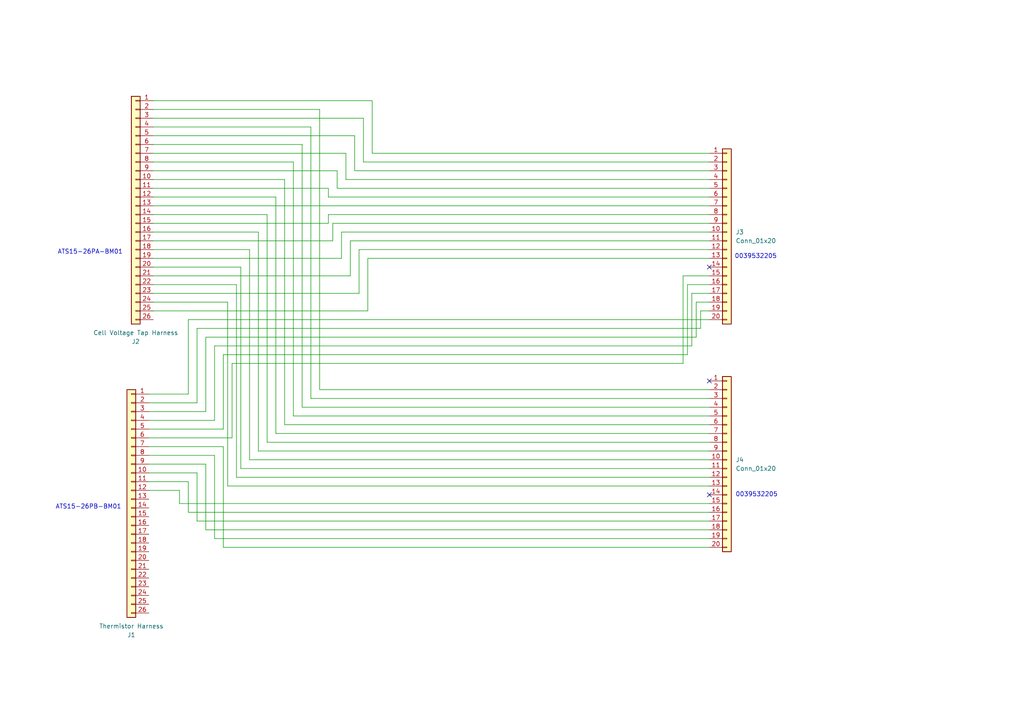
<source format=kicad_sch>
(kicad_sch
	(version 20231120)
	(generator "eeschema")
	(generator_version "8.0")
	(uuid "078631b1-8f1c-48cd-9388-6c606cdda9b7")
	(paper "A4")
	(lib_symbols
		(symbol "Connector_Generic:Conn_01x20"
			(pin_names
				(offset 1.016) hide)
			(exclude_from_sim no)
			(in_bom yes)
			(on_board yes)
			(property "Reference" "J"
				(at 0 25.4 0)
				(effects
					(font
						(size 1.27 1.27)
					)
				)
			)
			(property "Value" "Conn_01x20"
				(at 0 -27.94 0)
				(effects
					(font
						(size 1.27 1.27)
					)
				)
			)
			(property "Footprint" ""
				(at 0 0 0)
				(effects
					(font
						(size 1.27 1.27)
					)
					(hide yes)
				)
			)
			(property "Datasheet" "~"
				(at 0 0 0)
				(effects
					(font
						(size 1.27 1.27)
					)
					(hide yes)
				)
			)
			(property "Description" "Generic connector, single row, 01x20, script generated (kicad-library-utils/schlib/autogen/connector/)"
				(at 0 0 0)
				(effects
					(font
						(size 1.27 1.27)
					)
					(hide yes)
				)
			)
			(property "ki_keywords" "connector"
				(at 0 0 0)
				(effects
					(font
						(size 1.27 1.27)
					)
					(hide yes)
				)
			)
			(property "ki_fp_filters" "Connector*:*_1x??_*"
				(at 0 0 0)
				(effects
					(font
						(size 1.27 1.27)
					)
					(hide yes)
				)
			)
			(symbol "Conn_01x20_1_1"
				(rectangle
					(start -1.27 -25.273)
					(end 0 -25.527)
					(stroke
						(width 0.1524)
						(type default)
					)
					(fill
						(type none)
					)
				)
				(rectangle
					(start -1.27 -22.733)
					(end 0 -22.987)
					(stroke
						(width 0.1524)
						(type default)
					)
					(fill
						(type none)
					)
				)
				(rectangle
					(start -1.27 -20.193)
					(end 0 -20.447)
					(stroke
						(width 0.1524)
						(type default)
					)
					(fill
						(type none)
					)
				)
				(rectangle
					(start -1.27 -17.653)
					(end 0 -17.907)
					(stroke
						(width 0.1524)
						(type default)
					)
					(fill
						(type none)
					)
				)
				(rectangle
					(start -1.27 -15.113)
					(end 0 -15.367)
					(stroke
						(width 0.1524)
						(type default)
					)
					(fill
						(type none)
					)
				)
				(rectangle
					(start -1.27 -12.573)
					(end 0 -12.827)
					(stroke
						(width 0.1524)
						(type default)
					)
					(fill
						(type none)
					)
				)
				(rectangle
					(start -1.27 -10.033)
					(end 0 -10.287)
					(stroke
						(width 0.1524)
						(type default)
					)
					(fill
						(type none)
					)
				)
				(rectangle
					(start -1.27 -7.493)
					(end 0 -7.747)
					(stroke
						(width 0.1524)
						(type default)
					)
					(fill
						(type none)
					)
				)
				(rectangle
					(start -1.27 -4.953)
					(end 0 -5.207)
					(stroke
						(width 0.1524)
						(type default)
					)
					(fill
						(type none)
					)
				)
				(rectangle
					(start -1.27 -2.413)
					(end 0 -2.667)
					(stroke
						(width 0.1524)
						(type default)
					)
					(fill
						(type none)
					)
				)
				(rectangle
					(start -1.27 0.127)
					(end 0 -0.127)
					(stroke
						(width 0.1524)
						(type default)
					)
					(fill
						(type none)
					)
				)
				(rectangle
					(start -1.27 2.667)
					(end 0 2.413)
					(stroke
						(width 0.1524)
						(type default)
					)
					(fill
						(type none)
					)
				)
				(rectangle
					(start -1.27 5.207)
					(end 0 4.953)
					(stroke
						(width 0.1524)
						(type default)
					)
					(fill
						(type none)
					)
				)
				(rectangle
					(start -1.27 7.747)
					(end 0 7.493)
					(stroke
						(width 0.1524)
						(type default)
					)
					(fill
						(type none)
					)
				)
				(rectangle
					(start -1.27 10.287)
					(end 0 10.033)
					(stroke
						(width 0.1524)
						(type default)
					)
					(fill
						(type none)
					)
				)
				(rectangle
					(start -1.27 12.827)
					(end 0 12.573)
					(stroke
						(width 0.1524)
						(type default)
					)
					(fill
						(type none)
					)
				)
				(rectangle
					(start -1.27 15.367)
					(end 0 15.113)
					(stroke
						(width 0.1524)
						(type default)
					)
					(fill
						(type none)
					)
				)
				(rectangle
					(start -1.27 17.907)
					(end 0 17.653)
					(stroke
						(width 0.1524)
						(type default)
					)
					(fill
						(type none)
					)
				)
				(rectangle
					(start -1.27 20.447)
					(end 0 20.193)
					(stroke
						(width 0.1524)
						(type default)
					)
					(fill
						(type none)
					)
				)
				(rectangle
					(start -1.27 22.987)
					(end 0 22.733)
					(stroke
						(width 0.1524)
						(type default)
					)
					(fill
						(type none)
					)
				)
				(rectangle
					(start -1.27 24.13)
					(end 1.27 -26.67)
					(stroke
						(width 0.254)
						(type default)
					)
					(fill
						(type background)
					)
				)
				(pin passive line
					(at -5.08 22.86 0)
					(length 3.81)
					(name "Pin_1"
						(effects
							(font
								(size 1.27 1.27)
							)
						)
					)
					(number "1"
						(effects
							(font
								(size 1.27 1.27)
							)
						)
					)
				)
				(pin passive line
					(at -5.08 0 0)
					(length 3.81)
					(name "Pin_10"
						(effects
							(font
								(size 1.27 1.27)
							)
						)
					)
					(number "10"
						(effects
							(font
								(size 1.27 1.27)
							)
						)
					)
				)
				(pin passive line
					(at -5.08 -2.54 0)
					(length 3.81)
					(name "Pin_11"
						(effects
							(font
								(size 1.27 1.27)
							)
						)
					)
					(number "11"
						(effects
							(font
								(size 1.27 1.27)
							)
						)
					)
				)
				(pin passive line
					(at -5.08 -5.08 0)
					(length 3.81)
					(name "Pin_12"
						(effects
							(font
								(size 1.27 1.27)
							)
						)
					)
					(number "12"
						(effects
							(font
								(size 1.27 1.27)
							)
						)
					)
				)
				(pin passive line
					(at -5.08 -7.62 0)
					(length 3.81)
					(name "Pin_13"
						(effects
							(font
								(size 1.27 1.27)
							)
						)
					)
					(number "13"
						(effects
							(font
								(size 1.27 1.27)
							)
						)
					)
				)
				(pin passive line
					(at -5.08 -10.16 0)
					(length 3.81)
					(name "Pin_14"
						(effects
							(font
								(size 1.27 1.27)
							)
						)
					)
					(number "14"
						(effects
							(font
								(size 1.27 1.27)
							)
						)
					)
				)
				(pin passive line
					(at -5.08 -12.7 0)
					(length 3.81)
					(name "Pin_15"
						(effects
							(font
								(size 1.27 1.27)
							)
						)
					)
					(number "15"
						(effects
							(font
								(size 1.27 1.27)
							)
						)
					)
				)
				(pin passive line
					(at -5.08 -15.24 0)
					(length 3.81)
					(name "Pin_16"
						(effects
							(font
								(size 1.27 1.27)
							)
						)
					)
					(number "16"
						(effects
							(font
								(size 1.27 1.27)
							)
						)
					)
				)
				(pin passive line
					(at -5.08 -17.78 0)
					(length 3.81)
					(name "Pin_17"
						(effects
							(font
								(size 1.27 1.27)
							)
						)
					)
					(number "17"
						(effects
							(font
								(size 1.27 1.27)
							)
						)
					)
				)
				(pin passive line
					(at -5.08 -20.32 0)
					(length 3.81)
					(name "Pin_18"
						(effects
							(font
								(size 1.27 1.27)
							)
						)
					)
					(number "18"
						(effects
							(font
								(size 1.27 1.27)
							)
						)
					)
				)
				(pin passive line
					(at -5.08 -22.86 0)
					(length 3.81)
					(name "Pin_19"
						(effects
							(font
								(size 1.27 1.27)
							)
						)
					)
					(number "19"
						(effects
							(font
								(size 1.27 1.27)
							)
						)
					)
				)
				(pin passive line
					(at -5.08 20.32 0)
					(length 3.81)
					(name "Pin_2"
						(effects
							(font
								(size 1.27 1.27)
							)
						)
					)
					(number "2"
						(effects
							(font
								(size 1.27 1.27)
							)
						)
					)
				)
				(pin passive line
					(at -5.08 -25.4 0)
					(length 3.81)
					(name "Pin_20"
						(effects
							(font
								(size 1.27 1.27)
							)
						)
					)
					(number "20"
						(effects
							(font
								(size 1.27 1.27)
							)
						)
					)
				)
				(pin passive line
					(at -5.08 17.78 0)
					(length 3.81)
					(name "Pin_3"
						(effects
							(font
								(size 1.27 1.27)
							)
						)
					)
					(number "3"
						(effects
							(font
								(size 1.27 1.27)
							)
						)
					)
				)
				(pin passive line
					(at -5.08 15.24 0)
					(length 3.81)
					(name "Pin_4"
						(effects
							(font
								(size 1.27 1.27)
							)
						)
					)
					(number "4"
						(effects
							(font
								(size 1.27 1.27)
							)
						)
					)
				)
				(pin passive line
					(at -5.08 12.7 0)
					(length 3.81)
					(name "Pin_5"
						(effects
							(font
								(size 1.27 1.27)
							)
						)
					)
					(number "5"
						(effects
							(font
								(size 1.27 1.27)
							)
						)
					)
				)
				(pin passive line
					(at -5.08 10.16 0)
					(length 3.81)
					(name "Pin_6"
						(effects
							(font
								(size 1.27 1.27)
							)
						)
					)
					(number "6"
						(effects
							(font
								(size 1.27 1.27)
							)
						)
					)
				)
				(pin passive line
					(at -5.08 7.62 0)
					(length 3.81)
					(name "Pin_7"
						(effects
							(font
								(size 1.27 1.27)
							)
						)
					)
					(number "7"
						(effects
							(font
								(size 1.27 1.27)
							)
						)
					)
				)
				(pin passive line
					(at -5.08 5.08 0)
					(length 3.81)
					(name "Pin_8"
						(effects
							(font
								(size 1.27 1.27)
							)
						)
					)
					(number "8"
						(effects
							(font
								(size 1.27 1.27)
							)
						)
					)
				)
				(pin passive line
					(at -5.08 2.54 0)
					(length 3.81)
					(name "Pin_9"
						(effects
							(font
								(size 1.27 1.27)
							)
						)
					)
					(number "9"
						(effects
							(font
								(size 1.27 1.27)
							)
						)
					)
				)
			)
		)
		(symbol "Connector_Generic:Conn_01x26"
			(pin_names
				(offset 1.016) hide)
			(exclude_from_sim no)
			(in_bom yes)
			(on_board yes)
			(property "Reference" "J"
				(at 0 33.02 0)
				(effects
					(font
						(size 1.27 1.27)
					)
				)
			)
			(property "Value" "Conn_01x26"
				(at 0 -35.56 0)
				(effects
					(font
						(size 1.27 1.27)
					)
				)
			)
			(property "Footprint" ""
				(at 0 0 0)
				(effects
					(font
						(size 1.27 1.27)
					)
					(hide yes)
				)
			)
			(property "Datasheet" "~"
				(at 0 0 0)
				(effects
					(font
						(size 1.27 1.27)
					)
					(hide yes)
				)
			)
			(property "Description" "Generic connector, single row, 01x26, script generated (kicad-library-utils/schlib/autogen/connector/)"
				(at 0 0 0)
				(effects
					(font
						(size 1.27 1.27)
					)
					(hide yes)
				)
			)
			(property "ki_keywords" "connector"
				(at 0 0 0)
				(effects
					(font
						(size 1.27 1.27)
					)
					(hide yes)
				)
			)
			(property "ki_fp_filters" "Connector*:*_1x??_*"
				(at 0 0 0)
				(effects
					(font
						(size 1.27 1.27)
					)
					(hide yes)
				)
			)
			(symbol "Conn_01x26_1_1"
				(rectangle
					(start -1.27 -32.893)
					(end 0 -33.147)
					(stroke
						(width 0.1524)
						(type default)
					)
					(fill
						(type none)
					)
				)
				(rectangle
					(start -1.27 -30.353)
					(end 0 -30.607)
					(stroke
						(width 0.1524)
						(type default)
					)
					(fill
						(type none)
					)
				)
				(rectangle
					(start -1.27 -27.813)
					(end 0 -28.067)
					(stroke
						(width 0.1524)
						(type default)
					)
					(fill
						(type none)
					)
				)
				(rectangle
					(start -1.27 -25.273)
					(end 0 -25.527)
					(stroke
						(width 0.1524)
						(type default)
					)
					(fill
						(type none)
					)
				)
				(rectangle
					(start -1.27 -22.733)
					(end 0 -22.987)
					(stroke
						(width 0.1524)
						(type default)
					)
					(fill
						(type none)
					)
				)
				(rectangle
					(start -1.27 -20.193)
					(end 0 -20.447)
					(stroke
						(width 0.1524)
						(type default)
					)
					(fill
						(type none)
					)
				)
				(rectangle
					(start -1.27 -17.653)
					(end 0 -17.907)
					(stroke
						(width 0.1524)
						(type default)
					)
					(fill
						(type none)
					)
				)
				(rectangle
					(start -1.27 -15.113)
					(end 0 -15.367)
					(stroke
						(width 0.1524)
						(type default)
					)
					(fill
						(type none)
					)
				)
				(rectangle
					(start -1.27 -12.573)
					(end 0 -12.827)
					(stroke
						(width 0.1524)
						(type default)
					)
					(fill
						(type none)
					)
				)
				(rectangle
					(start -1.27 -10.033)
					(end 0 -10.287)
					(stroke
						(width 0.1524)
						(type default)
					)
					(fill
						(type none)
					)
				)
				(rectangle
					(start -1.27 -7.493)
					(end 0 -7.747)
					(stroke
						(width 0.1524)
						(type default)
					)
					(fill
						(type none)
					)
				)
				(rectangle
					(start -1.27 -4.953)
					(end 0 -5.207)
					(stroke
						(width 0.1524)
						(type default)
					)
					(fill
						(type none)
					)
				)
				(rectangle
					(start -1.27 -2.413)
					(end 0 -2.667)
					(stroke
						(width 0.1524)
						(type default)
					)
					(fill
						(type none)
					)
				)
				(rectangle
					(start -1.27 0.127)
					(end 0 -0.127)
					(stroke
						(width 0.1524)
						(type default)
					)
					(fill
						(type none)
					)
				)
				(rectangle
					(start -1.27 2.667)
					(end 0 2.413)
					(stroke
						(width 0.1524)
						(type default)
					)
					(fill
						(type none)
					)
				)
				(rectangle
					(start -1.27 5.207)
					(end 0 4.953)
					(stroke
						(width 0.1524)
						(type default)
					)
					(fill
						(type none)
					)
				)
				(rectangle
					(start -1.27 7.747)
					(end 0 7.493)
					(stroke
						(width 0.1524)
						(type default)
					)
					(fill
						(type none)
					)
				)
				(rectangle
					(start -1.27 10.287)
					(end 0 10.033)
					(stroke
						(width 0.1524)
						(type default)
					)
					(fill
						(type none)
					)
				)
				(rectangle
					(start -1.27 12.827)
					(end 0 12.573)
					(stroke
						(width 0.1524)
						(type default)
					)
					(fill
						(type none)
					)
				)
				(rectangle
					(start -1.27 15.367)
					(end 0 15.113)
					(stroke
						(width 0.1524)
						(type default)
					)
					(fill
						(type none)
					)
				)
				(rectangle
					(start -1.27 17.907)
					(end 0 17.653)
					(stroke
						(width 0.1524)
						(type default)
					)
					(fill
						(type none)
					)
				)
				(rectangle
					(start -1.27 20.447)
					(end 0 20.193)
					(stroke
						(width 0.1524)
						(type default)
					)
					(fill
						(type none)
					)
				)
				(rectangle
					(start -1.27 22.987)
					(end 0 22.733)
					(stroke
						(width 0.1524)
						(type default)
					)
					(fill
						(type none)
					)
				)
				(rectangle
					(start -1.27 25.527)
					(end 0 25.273)
					(stroke
						(width 0.1524)
						(type default)
					)
					(fill
						(type none)
					)
				)
				(rectangle
					(start -1.27 28.067)
					(end 0 27.813)
					(stroke
						(width 0.1524)
						(type default)
					)
					(fill
						(type none)
					)
				)
				(rectangle
					(start -1.27 30.607)
					(end 0 30.353)
					(stroke
						(width 0.1524)
						(type default)
					)
					(fill
						(type none)
					)
				)
				(rectangle
					(start -1.27 31.75)
					(end 1.27 -34.29)
					(stroke
						(width 0.254)
						(type default)
					)
					(fill
						(type background)
					)
				)
				(pin passive line
					(at -5.08 30.48 0)
					(length 3.81)
					(name "Pin_1"
						(effects
							(font
								(size 1.27 1.27)
							)
						)
					)
					(number "1"
						(effects
							(font
								(size 1.27 1.27)
							)
						)
					)
				)
				(pin passive line
					(at -5.08 7.62 0)
					(length 3.81)
					(name "Pin_10"
						(effects
							(font
								(size 1.27 1.27)
							)
						)
					)
					(number "10"
						(effects
							(font
								(size 1.27 1.27)
							)
						)
					)
				)
				(pin passive line
					(at -5.08 5.08 0)
					(length 3.81)
					(name "Pin_11"
						(effects
							(font
								(size 1.27 1.27)
							)
						)
					)
					(number "11"
						(effects
							(font
								(size 1.27 1.27)
							)
						)
					)
				)
				(pin passive line
					(at -5.08 2.54 0)
					(length 3.81)
					(name "Pin_12"
						(effects
							(font
								(size 1.27 1.27)
							)
						)
					)
					(number "12"
						(effects
							(font
								(size 1.27 1.27)
							)
						)
					)
				)
				(pin passive line
					(at -5.08 0 0)
					(length 3.81)
					(name "Pin_13"
						(effects
							(font
								(size 1.27 1.27)
							)
						)
					)
					(number "13"
						(effects
							(font
								(size 1.27 1.27)
							)
						)
					)
				)
				(pin passive line
					(at -5.08 -2.54 0)
					(length 3.81)
					(name "Pin_14"
						(effects
							(font
								(size 1.27 1.27)
							)
						)
					)
					(number "14"
						(effects
							(font
								(size 1.27 1.27)
							)
						)
					)
				)
				(pin passive line
					(at -5.08 -5.08 0)
					(length 3.81)
					(name "Pin_15"
						(effects
							(font
								(size 1.27 1.27)
							)
						)
					)
					(number "15"
						(effects
							(font
								(size 1.27 1.27)
							)
						)
					)
				)
				(pin passive line
					(at -5.08 -7.62 0)
					(length 3.81)
					(name "Pin_16"
						(effects
							(font
								(size 1.27 1.27)
							)
						)
					)
					(number "16"
						(effects
							(font
								(size 1.27 1.27)
							)
						)
					)
				)
				(pin passive line
					(at -5.08 -10.16 0)
					(length 3.81)
					(name "Pin_17"
						(effects
							(font
								(size 1.27 1.27)
							)
						)
					)
					(number "17"
						(effects
							(font
								(size 1.27 1.27)
							)
						)
					)
				)
				(pin passive line
					(at -5.08 -12.7 0)
					(length 3.81)
					(name "Pin_18"
						(effects
							(font
								(size 1.27 1.27)
							)
						)
					)
					(number "18"
						(effects
							(font
								(size 1.27 1.27)
							)
						)
					)
				)
				(pin passive line
					(at -5.08 -15.24 0)
					(length 3.81)
					(name "Pin_19"
						(effects
							(font
								(size 1.27 1.27)
							)
						)
					)
					(number "19"
						(effects
							(font
								(size 1.27 1.27)
							)
						)
					)
				)
				(pin passive line
					(at -5.08 27.94 0)
					(length 3.81)
					(name "Pin_2"
						(effects
							(font
								(size 1.27 1.27)
							)
						)
					)
					(number "2"
						(effects
							(font
								(size 1.27 1.27)
							)
						)
					)
				)
				(pin passive line
					(at -5.08 -17.78 0)
					(length 3.81)
					(name "Pin_20"
						(effects
							(font
								(size 1.27 1.27)
							)
						)
					)
					(number "20"
						(effects
							(font
								(size 1.27 1.27)
							)
						)
					)
				)
				(pin passive line
					(at -5.08 -20.32 0)
					(length 3.81)
					(name "Pin_21"
						(effects
							(font
								(size 1.27 1.27)
							)
						)
					)
					(number "21"
						(effects
							(font
								(size 1.27 1.27)
							)
						)
					)
				)
				(pin passive line
					(at -5.08 -22.86 0)
					(length 3.81)
					(name "Pin_22"
						(effects
							(font
								(size 1.27 1.27)
							)
						)
					)
					(number "22"
						(effects
							(font
								(size 1.27 1.27)
							)
						)
					)
				)
				(pin passive line
					(at -5.08 -25.4 0)
					(length 3.81)
					(name "Pin_23"
						(effects
							(font
								(size 1.27 1.27)
							)
						)
					)
					(number "23"
						(effects
							(font
								(size 1.27 1.27)
							)
						)
					)
				)
				(pin passive line
					(at -5.08 -27.94 0)
					(length 3.81)
					(name "Pin_24"
						(effects
							(font
								(size 1.27 1.27)
							)
						)
					)
					(number "24"
						(effects
							(font
								(size 1.27 1.27)
							)
						)
					)
				)
				(pin passive line
					(at -5.08 -30.48 0)
					(length 3.81)
					(name "Pin_25"
						(effects
							(font
								(size 1.27 1.27)
							)
						)
					)
					(number "25"
						(effects
							(font
								(size 1.27 1.27)
							)
						)
					)
				)
				(pin passive line
					(at -5.08 -33.02 0)
					(length 3.81)
					(name "Pin_26"
						(effects
							(font
								(size 1.27 1.27)
							)
						)
					)
					(number "26"
						(effects
							(font
								(size 1.27 1.27)
							)
						)
					)
				)
				(pin passive line
					(at -5.08 25.4 0)
					(length 3.81)
					(name "Pin_3"
						(effects
							(font
								(size 1.27 1.27)
							)
						)
					)
					(number "3"
						(effects
							(font
								(size 1.27 1.27)
							)
						)
					)
				)
				(pin passive line
					(at -5.08 22.86 0)
					(length 3.81)
					(name "Pin_4"
						(effects
							(font
								(size 1.27 1.27)
							)
						)
					)
					(number "4"
						(effects
							(font
								(size 1.27 1.27)
							)
						)
					)
				)
				(pin passive line
					(at -5.08 20.32 0)
					(length 3.81)
					(name "Pin_5"
						(effects
							(font
								(size 1.27 1.27)
							)
						)
					)
					(number "5"
						(effects
							(font
								(size 1.27 1.27)
							)
						)
					)
				)
				(pin passive line
					(at -5.08 17.78 0)
					(length 3.81)
					(name "Pin_6"
						(effects
							(font
								(size 1.27 1.27)
							)
						)
					)
					(number "6"
						(effects
							(font
								(size 1.27 1.27)
							)
						)
					)
				)
				(pin passive line
					(at -5.08 15.24 0)
					(length 3.81)
					(name "Pin_7"
						(effects
							(font
								(size 1.27 1.27)
							)
						)
					)
					(number "7"
						(effects
							(font
								(size 1.27 1.27)
							)
						)
					)
				)
				(pin passive line
					(at -5.08 12.7 0)
					(length 3.81)
					(name "Pin_8"
						(effects
							(font
								(size 1.27 1.27)
							)
						)
					)
					(number "8"
						(effects
							(font
								(size 1.27 1.27)
							)
						)
					)
				)
				(pin passive line
					(at -5.08 10.16 0)
					(length 3.81)
					(name "Pin_9"
						(effects
							(font
								(size 1.27 1.27)
							)
						)
					)
					(number "9"
						(effects
							(font
								(size 1.27 1.27)
							)
						)
					)
				)
			)
		)
	)
	(no_connect
		(at 205.74 77.47)
		(uuid "8173a2dc-5a62-4f05-a2d5-a3d4694303b1")
	)
	(no_connect
		(at 205.74 143.51)
		(uuid "d2d2db81-ddef-4f9e-81c5-5e1ceb83400b")
	)
	(no_connect
		(at 205.74 110.49)
		(uuid "d8f649d9-8a17-40b8-8f0a-bf80017aa1ba")
	)
	(wire
		(pts
			(xy 205.74 46.99) (xy 105.41 46.99)
		)
		(stroke
			(width 0)
			(type default)
		)
		(uuid "0105dc59-12f2-4f83-bca1-38ca8d5fae99")
	)
	(wire
		(pts
			(xy 80.01 57.15) (xy 80.01 125.73)
		)
		(stroke
			(width 0)
			(type default)
		)
		(uuid "05fa89ef-d7f7-4478-9425-97ece4a392b8")
	)
	(wire
		(pts
			(xy 97.79 54.61) (xy 97.79 49.53)
		)
		(stroke
			(width 0)
			(type default)
		)
		(uuid "0639f8a8-2662-46d7-8ad0-3213dbf71006")
	)
	(wire
		(pts
			(xy 205.74 54.61) (xy 97.79 54.61)
		)
		(stroke
			(width 0)
			(type default)
		)
		(uuid "0778d474-0d2d-45eb-a041-888faf33e090")
	)
	(wire
		(pts
			(xy 205.74 128.27) (xy 77.47 128.27)
		)
		(stroke
			(width 0)
			(type default)
		)
		(uuid "09c46762-59ce-4252-99d8-11f99e409e49")
	)
	(wire
		(pts
			(xy 201.93 97.79) (xy 201.93 87.63)
		)
		(stroke
			(width 0)
			(type default)
		)
		(uuid "09d6a7c1-3253-4e11-866b-922ff4d5b665")
	)
	(wire
		(pts
			(xy 64.77 102.87) (xy 64.77 124.46)
		)
		(stroke
			(width 0)
			(type default)
		)
		(uuid "0af59857-ce51-4ccc-ab9a-51d6d2977a44")
	)
	(wire
		(pts
			(xy 44.45 85.09) (xy 104.14 85.09)
		)
		(stroke
			(width 0)
			(type default)
		)
		(uuid "14e7e922-b489-474b-83a0-5b72c8ee0850")
	)
	(wire
		(pts
			(xy 43.18 139.7) (xy 54.61 139.7)
		)
		(stroke
			(width 0)
			(type default)
		)
		(uuid "16a884e9-d671-4c98-aecc-07e5d1b7e247")
	)
	(wire
		(pts
			(xy 66.04 87.63) (xy 44.45 87.63)
		)
		(stroke
			(width 0)
			(type default)
		)
		(uuid "16e06411-10f5-48d9-8aff-5084047b9ea6")
	)
	(wire
		(pts
			(xy 102.87 39.37) (xy 44.45 39.37)
		)
		(stroke
			(width 0)
			(type default)
		)
		(uuid "181965e1-c5b6-4e08-bbd8-dfc374ffff61")
	)
	(wire
		(pts
			(xy 59.69 119.38) (xy 43.18 119.38)
		)
		(stroke
			(width 0)
			(type default)
		)
		(uuid "24314a22-54b7-4162-a5f9-c95cf82349f6")
	)
	(wire
		(pts
			(xy 77.47 128.27) (xy 77.47 62.23)
		)
		(stroke
			(width 0)
			(type default)
		)
		(uuid "28e683ed-b926-4402-94f5-ae9cc3e6ea62")
	)
	(wire
		(pts
			(xy 205.74 92.71) (xy 54.61 92.71)
		)
		(stroke
			(width 0)
			(type default)
		)
		(uuid "2a2dce74-4350-4837-89e3-1a3896a25dab")
	)
	(wire
		(pts
			(xy 43.18 142.24) (xy 52.07 142.24)
		)
		(stroke
			(width 0)
			(type default)
		)
		(uuid "2bd0d933-44eb-432c-ba7a-7bc91dc32098")
	)
	(wire
		(pts
			(xy 62.23 156.21) (xy 205.74 156.21)
		)
		(stroke
			(width 0)
			(type default)
		)
		(uuid "2fd1cef1-34d3-4ba7-bc27-104b8f445346")
	)
	(wire
		(pts
			(xy 101.6 69.85) (xy 101.6 80.01)
		)
		(stroke
			(width 0)
			(type default)
		)
		(uuid "30360428-6b38-4dec-9402-fb2a5e3007db")
	)
	(wire
		(pts
			(xy 43.18 132.08) (xy 62.23 132.08)
		)
		(stroke
			(width 0)
			(type default)
		)
		(uuid "32283648-f8d9-43f9-ab6d-33fa4756095e")
	)
	(wire
		(pts
			(xy 100.33 52.07) (xy 100.33 44.45)
		)
		(stroke
			(width 0)
			(type default)
		)
		(uuid "33b40b47-6b5f-427d-ae85-80b129cc0d51")
	)
	(wire
		(pts
			(xy 69.85 135.89) (xy 69.85 77.47)
		)
		(stroke
			(width 0)
			(type default)
		)
		(uuid "355adeed-c802-4340-9d3f-b1cf46afaf36")
	)
	(wire
		(pts
			(xy 95.25 62.23) (xy 205.74 62.23)
		)
		(stroke
			(width 0)
			(type default)
		)
		(uuid "36ac3807-beab-477a-840b-435c247cba39")
	)
	(wire
		(pts
			(xy 44.45 74.93) (xy 99.06 74.93)
		)
		(stroke
			(width 0)
			(type default)
		)
		(uuid "375162e0-5a77-4ea7-bc99-f115d93ac93e")
	)
	(wire
		(pts
			(xy 68.58 82.55) (xy 68.58 138.43)
		)
		(stroke
			(width 0)
			(type default)
		)
		(uuid "389b4430-9bf0-4b18-a04c-0bd6b666c033")
	)
	(wire
		(pts
			(xy 54.61 114.3) (xy 43.18 114.3)
		)
		(stroke
			(width 0)
			(type default)
		)
		(uuid "38e2421b-df23-4599-8d13-c90c752e17b5")
	)
	(wire
		(pts
			(xy 104.14 72.39) (xy 205.74 72.39)
		)
		(stroke
			(width 0)
			(type default)
		)
		(uuid "3983e35a-743c-4086-be83-bd91b8ebf611")
	)
	(wire
		(pts
			(xy 82.55 123.19) (xy 82.55 52.07)
		)
		(stroke
			(width 0)
			(type default)
		)
		(uuid "3af0cedd-3554-4444-aaf7-6ee821a7b673")
	)
	(wire
		(pts
			(xy 57.15 151.13) (xy 205.74 151.13)
		)
		(stroke
			(width 0)
			(type default)
		)
		(uuid "3b32b727-4ae7-46f7-873d-d26aa4584e10")
	)
	(wire
		(pts
			(xy 95.25 54.61) (xy 95.25 57.15)
		)
		(stroke
			(width 0)
			(type default)
		)
		(uuid "3bf6dd94-4ac5-4199-afb6-c069e8cd2708")
	)
	(wire
		(pts
			(xy 66.04 140.97) (xy 66.04 87.63)
		)
		(stroke
			(width 0)
			(type default)
		)
		(uuid "3e7d891f-f623-4f48-8d48-0caa22936228")
	)
	(wire
		(pts
			(xy 92.71 113.03) (xy 92.71 31.75)
		)
		(stroke
			(width 0)
			(type default)
		)
		(uuid "4309e6c6-31eb-4cf7-9324-b062f2365c38")
	)
	(wire
		(pts
			(xy 52.07 142.24) (xy 52.07 146.05)
		)
		(stroke
			(width 0)
			(type default)
		)
		(uuid "4364c277-5273-4bc9-947e-64689369c773")
	)
	(wire
		(pts
			(xy 82.55 52.07) (xy 44.45 52.07)
		)
		(stroke
			(width 0)
			(type default)
		)
		(uuid "445bb10a-53e7-4b0a-8061-682656f2f80d")
	)
	(wire
		(pts
			(xy 44.45 72.39) (xy 72.39 72.39)
		)
		(stroke
			(width 0)
			(type default)
		)
		(uuid "48f47ad6-ac03-48d2-b628-24c0feea675c")
	)
	(wire
		(pts
			(xy 80.01 125.73) (xy 205.74 125.73)
		)
		(stroke
			(width 0)
			(type default)
		)
		(uuid "4baf9c4d-d228-4a0a-bba9-aa42932e7782")
	)
	(wire
		(pts
			(xy 205.74 82.55) (xy 199.39 82.55)
		)
		(stroke
			(width 0)
			(type default)
		)
		(uuid "4e07d831-a87b-4226-8586-45b8d9c5b97d")
	)
	(wire
		(pts
			(xy 205.74 44.45) (xy 107.95 44.45)
		)
		(stroke
			(width 0)
			(type default)
		)
		(uuid "4eda9315-bd0f-49eb-91f4-d75719afcd96")
	)
	(wire
		(pts
			(xy 90.17 115.57) (xy 205.74 115.57)
		)
		(stroke
			(width 0)
			(type default)
		)
		(uuid "51813917-da78-4814-afc8-4e482562cce4")
	)
	(wire
		(pts
			(xy 85.09 120.65) (xy 205.74 120.65)
		)
		(stroke
			(width 0)
			(type default)
		)
		(uuid "54bc5bc6-5bab-46ff-9268-a67b8cede0d2")
	)
	(wire
		(pts
			(xy 64.77 129.54) (xy 43.18 129.54)
		)
		(stroke
			(width 0)
			(type default)
		)
		(uuid "554d5f4f-ebc5-4c05-8416-6c80f5af9b11")
	)
	(wire
		(pts
			(xy 85.09 46.99) (xy 85.09 120.65)
		)
		(stroke
			(width 0)
			(type default)
		)
		(uuid "5e4b8f56-ce7a-4757-9edf-9aacda46e7da")
	)
	(wire
		(pts
			(xy 59.69 134.62) (xy 43.18 134.62)
		)
		(stroke
			(width 0)
			(type default)
		)
		(uuid "5f0ae2ea-cf48-46c6-b7b3-7f93eee04ce0")
	)
	(wire
		(pts
			(xy 205.74 113.03) (xy 92.71 113.03)
		)
		(stroke
			(width 0)
			(type default)
		)
		(uuid "605e488c-19bb-4eac-b6e1-e39e774ceee8")
	)
	(wire
		(pts
			(xy 59.69 97.79) (xy 59.69 119.38)
		)
		(stroke
			(width 0)
			(type default)
		)
		(uuid "6207a28d-4676-47e4-b283-7e68342236fa")
	)
	(wire
		(pts
			(xy 205.74 69.85) (xy 101.6 69.85)
		)
		(stroke
			(width 0)
			(type default)
		)
		(uuid "6385cf38-37b4-4987-b02a-a5234752f3c5")
	)
	(wire
		(pts
			(xy 69.85 77.47) (xy 44.45 77.47)
		)
		(stroke
			(width 0)
			(type default)
		)
		(uuid "63c0970c-e989-44d7-865f-5d492362c241")
	)
	(wire
		(pts
			(xy 44.45 29.21) (xy 107.95 29.21)
		)
		(stroke
			(width 0)
			(type default)
		)
		(uuid "63cb9fed-cd68-496d-8cf3-7baa1bbe4240")
	)
	(wire
		(pts
			(xy 68.58 138.43) (xy 205.74 138.43)
		)
		(stroke
			(width 0)
			(type default)
		)
		(uuid "6d7d7412-9657-4499-a3a6-6f233068756a")
	)
	(wire
		(pts
			(xy 87.63 118.11) (xy 87.63 41.91)
		)
		(stroke
			(width 0)
			(type default)
		)
		(uuid "710046d7-68dd-4735-88f6-612cb9f241c6")
	)
	(wire
		(pts
			(xy 203.2 95.25) (xy 203.2 90.17)
		)
		(stroke
			(width 0)
			(type default)
		)
		(uuid "73391fd7-8965-4642-8544-39c53217a059")
	)
	(wire
		(pts
			(xy 201.93 87.63) (xy 205.74 87.63)
		)
		(stroke
			(width 0)
			(type default)
		)
		(uuid "760477ef-4f59-4765-99fe-e35983a6b258")
	)
	(wire
		(pts
			(xy 43.18 127) (xy 67.31 127)
		)
		(stroke
			(width 0)
			(type default)
		)
		(uuid "765ed205-9ff7-41cf-856e-09230579d34d")
	)
	(wire
		(pts
			(xy 205.74 123.19) (xy 82.55 123.19)
		)
		(stroke
			(width 0)
			(type default)
		)
		(uuid "7a594856-1efc-4306-86e6-9eb5709c2b28")
	)
	(wire
		(pts
			(xy 44.45 54.61) (xy 95.25 54.61)
		)
		(stroke
			(width 0)
			(type default)
		)
		(uuid "7b64f959-0cfa-4157-a998-2ef980064dc7")
	)
	(wire
		(pts
			(xy 104.14 85.09) (xy 104.14 72.39)
		)
		(stroke
			(width 0)
			(type default)
		)
		(uuid "7e1e7e3d-5f4c-44d6-bb85-4d5ce7080d7c")
	)
	(wire
		(pts
			(xy 77.47 62.23) (xy 44.45 62.23)
		)
		(stroke
			(width 0)
			(type default)
		)
		(uuid "8239e2ee-67a7-4ca1-925d-82354f9aba78")
	)
	(wire
		(pts
			(xy 44.45 67.31) (xy 74.93 67.31)
		)
		(stroke
			(width 0)
			(type default)
		)
		(uuid "8b404260-3b29-49e2-b108-dac13b7a1ff5")
	)
	(wire
		(pts
			(xy 54.61 92.71) (xy 54.61 114.3)
		)
		(stroke
			(width 0)
			(type default)
		)
		(uuid "8bfbadcd-08ae-42bb-a56d-8ac567ad4840")
	)
	(wire
		(pts
			(xy 199.39 102.87) (xy 64.77 102.87)
		)
		(stroke
			(width 0)
			(type default)
		)
		(uuid "8e37f50b-2117-4468-a26b-c27796a9f50f")
	)
	(wire
		(pts
			(xy 90.17 36.83) (xy 90.17 115.57)
		)
		(stroke
			(width 0)
			(type default)
		)
		(uuid "8fa9b632-5f59-48bc-8ef4-b9432d0ce1e5")
	)
	(wire
		(pts
			(xy 43.18 124.46) (xy 64.77 124.46)
		)
		(stroke
			(width 0)
			(type default)
		)
		(uuid "905ef064-d127-4852-80c7-1f586434c8a5")
	)
	(wire
		(pts
			(xy 102.87 49.53) (xy 102.87 39.37)
		)
		(stroke
			(width 0)
			(type default)
		)
		(uuid "90884eeb-46c3-4291-9e42-c0932001c855")
	)
	(wire
		(pts
			(xy 59.69 153.67) (xy 59.69 134.62)
		)
		(stroke
			(width 0)
			(type default)
		)
		(uuid "916c080c-74d3-485f-bc45-4473534789ad")
	)
	(wire
		(pts
			(xy 200.66 85.09) (xy 205.74 85.09)
		)
		(stroke
			(width 0)
			(type default)
		)
		(uuid "919da56c-a1d9-4634-afc8-871d0f168ce6")
	)
	(wire
		(pts
			(xy 203.2 90.17) (xy 205.74 90.17)
		)
		(stroke
			(width 0)
			(type default)
		)
		(uuid "93509f4e-3c75-48c2-8183-8d671d8b768f")
	)
	(wire
		(pts
			(xy 43.18 121.92) (xy 62.23 121.92)
		)
		(stroke
			(width 0)
			(type default)
		)
		(uuid "9501f71a-b984-4fbd-88e6-6487a68e6151")
	)
	(wire
		(pts
			(xy 52.07 146.05) (xy 205.74 146.05)
		)
		(stroke
			(width 0)
			(type default)
		)
		(uuid "9562a604-ef76-4bbb-8b82-0770b97002db")
	)
	(wire
		(pts
			(xy 106.68 74.93) (xy 106.68 90.17)
		)
		(stroke
			(width 0)
			(type default)
		)
		(uuid "99eee5f1-049f-4467-9645-2f5e5dd69866")
	)
	(wire
		(pts
			(xy 54.61 148.59) (xy 54.61 139.7)
		)
		(stroke
			(width 0)
			(type default)
		)
		(uuid "9bc8c28f-f9be-47ae-abea-bb3c2e22b210")
	)
	(wire
		(pts
			(xy 43.18 116.84) (xy 57.15 116.84)
		)
		(stroke
			(width 0)
			(type default)
		)
		(uuid "9e93536a-6a17-4617-8c31-548a38a025a1")
	)
	(wire
		(pts
			(xy 62.23 132.08) (xy 62.23 156.21)
		)
		(stroke
			(width 0)
			(type default)
		)
		(uuid "a22e1c98-8d0f-45c7-a708-0140fe37b3b6")
	)
	(wire
		(pts
			(xy 105.41 46.99) (xy 105.41 34.29)
		)
		(stroke
			(width 0)
			(type default)
		)
		(uuid "a774e679-92c2-43c5-bf5b-b43ab670f01d")
	)
	(wire
		(pts
			(xy 64.77 158.75) (xy 64.77 129.54)
		)
		(stroke
			(width 0)
			(type default)
		)
		(uuid "a7d258fb-b414-4e34-84c7-eeef91950f53")
	)
	(wire
		(pts
			(xy 44.45 64.77) (xy 95.25 64.77)
		)
		(stroke
			(width 0)
			(type default)
		)
		(uuid "aa5ec352-911b-4acc-9587-26fb2111f516")
	)
	(wire
		(pts
			(xy 99.06 67.31) (xy 205.74 67.31)
		)
		(stroke
			(width 0)
			(type default)
		)
		(uuid "aa9e5aa1-50fe-42a3-a8d3-421f4db56697")
	)
	(wire
		(pts
			(xy 200.66 85.09) (xy 200.66 100.33)
		)
		(stroke
			(width 0)
			(type default)
		)
		(uuid "aaa0907e-1736-46a4-80d0-12d3755bc545")
	)
	(wire
		(pts
			(xy 44.45 46.99) (xy 85.09 46.99)
		)
		(stroke
			(width 0)
			(type default)
		)
		(uuid "b0bb212e-06a7-43ed-b3dd-99841f47ed41")
	)
	(wire
		(pts
			(xy 99.06 74.93) (xy 99.06 67.31)
		)
		(stroke
			(width 0)
			(type default)
		)
		(uuid "b0ce6b44-0a13-49c6-a862-1650f2f15973")
	)
	(wire
		(pts
			(xy 95.25 64.77) (xy 95.25 62.23)
		)
		(stroke
			(width 0)
			(type default)
		)
		(uuid "b4936076-925e-4240-9580-02843e6c1d11")
	)
	(wire
		(pts
			(xy 198.12 80.01) (xy 205.74 80.01)
		)
		(stroke
			(width 0)
			(type default)
		)
		(uuid "b69f6781-fd61-4866-9cc8-7343f566469c")
	)
	(wire
		(pts
			(xy 44.45 59.69) (xy 205.74 59.69)
		)
		(stroke
			(width 0)
			(type default)
		)
		(uuid "b73f475a-c41a-4d09-beb3-50619663c13b")
	)
	(wire
		(pts
			(xy 72.39 72.39) (xy 72.39 133.35)
		)
		(stroke
			(width 0)
			(type default)
		)
		(uuid "b810ffef-032c-4cfc-b9d4-6d9d50b7f73e")
	)
	(wire
		(pts
			(xy 105.41 34.29) (xy 44.45 34.29)
		)
		(stroke
			(width 0)
			(type default)
		)
		(uuid "bb7b03d8-c1eb-470e-8e67-087c42f0e752")
	)
	(wire
		(pts
			(xy 44.45 82.55) (xy 68.58 82.55)
		)
		(stroke
			(width 0)
			(type default)
		)
		(uuid "bdad2207-ef68-4730-820c-44b99c342200")
	)
	(wire
		(pts
			(xy 96.52 64.77) (xy 96.52 69.85)
		)
		(stroke
			(width 0)
			(type default)
		)
		(uuid "c00c0fcc-17bb-4d45-bb67-0eda508ef8e7")
	)
	(wire
		(pts
			(xy 198.12 105.41) (xy 198.12 80.01)
		)
		(stroke
			(width 0)
			(type default)
		)
		(uuid "c2f3de33-2f22-4d49-aa1e-0b9e6d11e810")
	)
	(wire
		(pts
			(xy 101.6 80.01) (xy 44.45 80.01)
		)
		(stroke
			(width 0)
			(type default)
		)
		(uuid "c3e5bc8b-1c85-42e4-8ccc-4f4878ddcfc0")
	)
	(wire
		(pts
			(xy 205.74 135.89) (xy 69.85 135.89)
		)
		(stroke
			(width 0)
			(type default)
		)
		(uuid "c419fe1b-f2e0-488f-a988-35e18729a2ad")
	)
	(wire
		(pts
			(xy 201.93 97.79) (xy 59.69 97.79)
		)
		(stroke
			(width 0)
			(type default)
		)
		(uuid "c47dcc5b-500d-4909-8b10-5bbd579d6b71")
	)
	(wire
		(pts
			(xy 44.45 36.83) (xy 90.17 36.83)
		)
		(stroke
			(width 0)
			(type default)
		)
		(uuid "c645a5ef-79c7-4b28-a966-2111abee9dba")
	)
	(wire
		(pts
			(xy 205.74 52.07) (xy 100.33 52.07)
		)
		(stroke
			(width 0)
			(type default)
		)
		(uuid "ca02155d-6e0c-4bec-a259-10512ed99f3f")
	)
	(wire
		(pts
			(xy 57.15 137.16) (xy 57.15 151.13)
		)
		(stroke
			(width 0)
			(type default)
		)
		(uuid "cae0670c-6750-4912-9d32-2ffe60d0d6c6")
	)
	(wire
		(pts
			(xy 43.18 137.16) (xy 57.15 137.16)
		)
		(stroke
			(width 0)
			(type default)
		)
		(uuid "cd13caf7-4cf8-469c-81ac-74506d675cfa")
	)
	(wire
		(pts
			(xy 205.74 148.59) (xy 54.61 148.59)
		)
		(stroke
			(width 0)
			(type default)
		)
		(uuid "d0c2ac88-7e92-4d57-9b39-dbe0b5ae8675")
	)
	(wire
		(pts
			(xy 72.39 133.35) (xy 205.74 133.35)
		)
		(stroke
			(width 0)
			(type default)
		)
		(uuid "d1c2208b-02f6-4753-a2ae-d95e69842e52")
	)
	(wire
		(pts
			(xy 199.39 82.55) (xy 199.39 102.87)
		)
		(stroke
			(width 0)
			(type default)
		)
		(uuid "d1ef0875-2564-4c1a-b1ee-7678d684d049")
	)
	(wire
		(pts
			(xy 106.68 90.17) (xy 44.45 90.17)
		)
		(stroke
			(width 0)
			(type default)
		)
		(uuid "d2a700d9-d8cb-479a-9ce3-10947a204af2")
	)
	(wire
		(pts
			(xy 205.74 153.67) (xy 59.69 153.67)
		)
		(stroke
			(width 0)
			(type default)
		)
		(uuid "d54b5ef1-11c0-4e53-86ac-e6bf6bc8339d")
	)
	(wire
		(pts
			(xy 92.71 31.75) (xy 44.45 31.75)
		)
		(stroke
			(width 0)
			(type default)
		)
		(uuid "d96e11b5-c2d0-488f-a7cb-b23f2e05be07")
	)
	(wire
		(pts
			(xy 205.74 74.93) (xy 106.68 74.93)
		)
		(stroke
			(width 0)
			(type default)
		)
		(uuid "de527870-43f6-4d93-920b-09f32024c201")
	)
	(wire
		(pts
			(xy 96.52 69.85) (xy 44.45 69.85)
		)
		(stroke
			(width 0)
			(type default)
		)
		(uuid "e087c577-7186-4665-b488-0deedad4b254")
	)
	(wire
		(pts
			(xy 67.31 105.41) (xy 67.31 127)
		)
		(stroke
			(width 0)
			(type default)
		)
		(uuid "e120e160-9f74-4adf-bde9-e3d2c6c99108")
	)
	(wire
		(pts
			(xy 67.31 105.41) (xy 198.12 105.41)
		)
		(stroke
			(width 0)
			(type default)
		)
		(uuid "e1648f92-9b8d-4004-a2da-d61a933f6170")
	)
	(wire
		(pts
			(xy 205.74 64.77) (xy 96.52 64.77)
		)
		(stroke
			(width 0)
			(type default)
		)
		(uuid "e1b76dff-3d99-4eb0-83b5-5c03aa7e582a")
	)
	(wire
		(pts
			(xy 44.45 57.15) (xy 80.01 57.15)
		)
		(stroke
			(width 0)
			(type default)
		)
		(uuid "e1e4bc0b-00eb-4359-af45-edbea62d6e3f")
	)
	(wire
		(pts
			(xy 205.74 158.75) (xy 64.77 158.75)
		)
		(stroke
			(width 0)
			(type default)
		)
		(uuid "e7c3d872-0f4b-4bc3-9a05-43fced4e17ec")
	)
	(wire
		(pts
			(xy 87.63 41.91) (xy 44.45 41.91)
		)
		(stroke
			(width 0)
			(type default)
		)
		(uuid "e88c2a83-394f-4711-a7a9-a7af9b9dfd69")
	)
	(wire
		(pts
			(xy 57.15 95.25) (xy 203.2 95.25)
		)
		(stroke
			(width 0)
			(type default)
		)
		(uuid "ea853390-e7d4-4137-8087-3c0967a3d693")
	)
	(wire
		(pts
			(xy 74.93 67.31) (xy 74.93 130.81)
		)
		(stroke
			(width 0)
			(type default)
		)
		(uuid "eaf40627-d185-4188-b389-379ed6ddfad9")
	)
	(wire
		(pts
			(xy 100.33 44.45) (xy 44.45 44.45)
		)
		(stroke
			(width 0)
			(type default)
		)
		(uuid "ec1d28b2-2eeb-4855-a3be-5e448d9f044c")
	)
	(wire
		(pts
			(xy 57.15 116.84) (xy 57.15 95.25)
		)
		(stroke
			(width 0)
			(type default)
		)
		(uuid "ee3d8cd5-0914-4342-8c36-7fe7bf01a84d")
	)
	(wire
		(pts
			(xy 205.74 49.53) (xy 102.87 49.53)
		)
		(stroke
			(width 0)
			(type default)
		)
		(uuid "f0ee4feb-a3f3-49d0-85c1-0e485fb7b327")
	)
	(wire
		(pts
			(xy 107.95 44.45) (xy 107.95 29.21)
		)
		(stroke
			(width 0)
			(type default)
		)
		(uuid "f3045e1f-07e5-4adf-b8ed-f2f638b6bd8c")
	)
	(wire
		(pts
			(xy 62.23 100.33) (xy 62.23 121.92)
		)
		(stroke
			(width 0)
			(type default)
		)
		(uuid "f3579e6b-9d83-4ae1-a7c5-27ca6b45b7e2")
	)
	(wire
		(pts
			(xy 205.74 140.97) (xy 66.04 140.97)
		)
		(stroke
			(width 0)
			(type default)
		)
		(uuid "f3d89724-1ed1-4e56-af01-01819afb778c")
	)
	(wire
		(pts
			(xy 95.25 57.15) (xy 205.74 57.15)
		)
		(stroke
			(width 0)
			(type default)
		)
		(uuid "f6190e4d-6b3e-4444-9789-34d1d260d3e3")
	)
	(wire
		(pts
			(xy 74.93 130.81) (xy 205.74 130.81)
		)
		(stroke
			(width 0)
			(type default)
		)
		(uuid "f7451146-53a6-491e-b03b-6fce882643dd")
	)
	(wire
		(pts
			(xy 205.74 118.11) (xy 87.63 118.11)
		)
		(stroke
			(width 0)
			(type default)
		)
		(uuid "f77c02b4-32d3-4edb-84be-6ca109fae022")
	)
	(wire
		(pts
			(xy 97.79 49.53) (xy 44.45 49.53)
		)
		(stroke
			(width 0)
			(type default)
		)
		(uuid "f8415fae-7172-48d0-bd03-43c04a8ce665")
	)
	(wire
		(pts
			(xy 62.23 100.33) (xy 200.66 100.33)
		)
		(stroke
			(width 0)
			(type default)
		)
		(uuid "ff221040-5cd3-4e94-a068-c82e4a3d2e1f")
	)
	(text "ATS15-26PB-BM01"
		(exclude_from_sim no)
		(at 25.654 147.066 0)
		(effects
			(font
				(size 1.27 1.27)
			)
		)
		(uuid "2a09f99c-4b14-4d6c-95bd-9aa1b8099fd3")
	)
	(text "0039532205"
		(exclude_from_sim no)
		(at 219.202 74.422 0)
		(effects
			(font
				(size 1.27 1.27)
			)
		)
		(uuid "2e387bb4-8443-4ccf-a0ef-7d9e54c8e51b")
	)
	(text "ATS15-26PA-BM01"
		(exclude_from_sim no)
		(at 26.162 73.152 0)
		(effects
			(font
				(size 1.27 1.27)
			)
		)
		(uuid "5eadfe41-5f8a-4941-a270-9e852d877eb7")
	)
	(text "0039532205"
		(exclude_from_sim no)
		(at 219.456 143.51 0)
		(effects
			(font
				(size 1.27 1.27)
			)
		)
		(uuid "cc1816ea-f3a0-4d54-b217-0b0a0d0ba707")
	)
	(symbol
		(lib_id "Connector_Generic:Conn_01x26")
		(at 39.37 59.69 0)
		(mirror y)
		(unit 1)
		(exclude_from_sim no)
		(in_bom yes)
		(on_board yes)
		(dnp no)
		(uuid "24fb478b-ad6d-46ce-9e77-68c10805dcd8")
		(property "Reference" "J2"
			(at 39.37 99.06 0)
			(effects
				(font
					(size 1.27 1.27)
				)
			)
		)
		(property "Value" "Cell Voltage Tap Harness"
			(at 39.37 96.52 0)
			(effects
				(font
					(size 1.27 1.27)
				)
			)
		)
		(property "Footprint" "2195630021:ATS15-26PA-BM01"
			(at 39.37 59.69 0)
			(effects
				(font
					(size 1.27 1.27)
				)
				(hide yes)
			)
		)
		(property "Datasheet" "~"
			(at 39.37 59.69 0)
			(effects
				(font
					(size 1.27 1.27)
				)
				(hide yes)
			)
		)
		(property "Description" "Generic connector, single row, 01x26, script generated (kicad-library-utils/schlib/autogen/connector/)"
			(at 39.37 59.69 0)
			(effects
				(font
					(size 1.27 1.27)
				)
				(hide yes)
			)
		)
		(pin "26"
			(uuid "61773dfa-93de-4836-82d3-fe379b367ac8")
		)
		(pin "10"
			(uuid "1659f454-50a4-496d-89d2-97a9f460c855")
		)
		(pin "2"
			(uuid "f23e8398-d4d8-4f83-b860-d5f5f2859808")
		)
		(pin "9"
			(uuid "9db7f2e3-f8de-41a2-b9a4-bcd84226b3a0")
		)
		(pin "7"
			(uuid "20e8af5b-2aa7-44cb-948c-a2b45921f4a3")
		)
		(pin "12"
			(uuid "8f43519d-eb1e-466e-afee-179d894ccaf3")
		)
		(pin "20"
			(uuid "2c93aa26-f20b-46f1-b7ff-1e4bfebc360a")
		)
		(pin "19"
			(uuid "5d28e3c4-79ae-46d5-9cba-42503306e4dd")
		)
		(pin "3"
			(uuid "88b085e3-8e8d-46b3-8c8e-0b1c78414971")
		)
		(pin "4"
			(uuid "6b62411c-51b3-4274-8a1f-42038752c705")
		)
		(pin "8"
			(uuid "b600d85c-6547-4180-81eb-5dd86b682e06")
		)
		(pin "17"
			(uuid "3a16beff-747d-4c66-9e63-df350d5b0dc7")
		)
		(pin "18"
			(uuid "991447df-5569-434c-a1e2-4887cac81b61")
		)
		(pin "25"
			(uuid "564619e2-361d-4287-892c-566e0c1e4314")
		)
		(pin "15"
			(uuid "ebdf8b7b-3b98-412a-8dad-2208d3c4872b")
		)
		(pin "23"
			(uuid "e2bdfd9e-8984-46ed-addc-c18e95a2d3c0")
		)
		(pin "5"
			(uuid "7cd9ee83-47dd-4907-bd93-5930c760f43d")
		)
		(pin "1"
			(uuid "df284385-1f05-43b0-ba79-f53cbf7611fc")
		)
		(pin "14"
			(uuid "ebf02bcc-2389-4c99-96bb-3567f33e5137")
		)
		(pin "6"
			(uuid "3192b645-1a56-444d-b59a-9d4805129aab")
		)
		(pin "16"
			(uuid "1c3253f3-2c10-44aa-9652-e106c2b20af0")
		)
		(pin "21"
			(uuid "a1cd521c-58d4-46a0-bb8d-ac8a6c4e3141")
		)
		(pin "22"
			(uuid "ac63e49c-fc24-4941-abc6-9ae3ddbaf37c")
		)
		(pin "11"
			(uuid "23ff4abb-1160-4361-a51d-c8c5ebae23cd")
		)
		(pin "13"
			(uuid "a0be9cf5-8ab8-4c27-aa8e-737212f396d8")
		)
		(pin "24"
			(uuid "3428ac30-b057-4aeb-a83c-8446f245459e")
		)
		(instances
			(project "sa_v&t_mount_pcb"
				(path "/078631b1-8f1c-48cd-9388-6c606cdda9b7"
					(reference "J2")
					(unit 1)
				)
			)
		)
	)
	(symbol
		(lib_id "Connector_Generic:Conn_01x20")
		(at 210.82 67.31 0)
		(unit 1)
		(exclude_from_sim no)
		(in_bom yes)
		(on_board yes)
		(dnp no)
		(fields_autoplaced yes)
		(uuid "275cbb31-8da0-4282-b186-7135a241889e")
		(property "Reference" "J3"
			(at 213.36 67.3099 0)
			(effects
				(font
					(size 1.27 1.27)
				)
				(justify left)
			)
		)
		(property "Value" "Conn_01x20"
			(at 213.36 69.8499 0)
			(effects
				(font
					(size 1.27 1.27)
				)
				(justify left)
			)
		)
		(property "Footprint" "039532204:0039532204"
			(at 210.82 67.31 0)
			(effects
				(font
					(size 1.27 1.27)
				)
				(hide yes)
			)
		)
		(property "Datasheet" "~"
			(at 210.82 67.31 0)
			(effects
				(font
					(size 1.27 1.27)
				)
				(hide yes)
			)
		)
		(property "Description" "Generic connector, single row, 01x20, script generated (kicad-library-utils/schlib/autogen/connector/)"
			(at 210.82 67.31 0)
			(effects
				(font
					(size 1.27 1.27)
				)
				(hide yes)
			)
		)
		(pin "2"
			(uuid "383866c6-f42d-4d94-be4d-20d56b10bf52")
		)
		(pin "18"
			(uuid "8237d205-6f10-434f-a589-62297bcaf255")
		)
		(pin "6"
			(uuid "2cca62f4-a424-4805-95f1-23eea1e1c436")
		)
		(pin "7"
			(uuid "ce415530-9f0a-42c3-aea2-1570555fd5a6")
		)
		(pin "20"
			(uuid "45a94767-06bb-4cc4-b0ea-3be4cd8ed77a")
		)
		(pin "15"
			(uuid "5627544e-d043-40d3-8299-08fed94532c3")
		)
		(pin "11"
			(uuid "1a988a88-9a9e-4c79-bd38-bc1f8ee432ee")
		)
		(pin "17"
			(uuid "fdaca2fb-e9af-463b-8c32-7943035e4eda")
		)
		(pin "3"
			(uuid "06505801-b284-4a6b-92d1-f9eee3eae55f")
		)
		(pin "12"
			(uuid "825f27e5-ee36-4329-9281-ebd51888a4fb")
		)
		(pin "14"
			(uuid "2b339192-aa25-4693-b10d-6aeeb38548e8")
		)
		(pin "16"
			(uuid "508bccab-dd4e-48f5-9de4-a175a1775781")
		)
		(pin "4"
			(uuid "630fd973-017a-4a0c-8cfa-876c6f1c08a5")
		)
		(pin "13"
			(uuid "0e38ce9b-f1d7-46e1-9361-bbdf26fc16b4")
		)
		(pin "10"
			(uuid "c374c586-3043-4bb5-be10-f0cf492053e8")
		)
		(pin "8"
			(uuid "52077765-1f96-42e6-83d9-0fd5cbc16cf4")
		)
		(pin "9"
			(uuid "80389952-dfa9-4039-a66e-29bc9ffb8452")
		)
		(pin "5"
			(uuid "447f12b2-b0c4-496c-9625-4d05303a0561")
		)
		(pin "19"
			(uuid "1376d949-06cd-4249-a857-aa58bf9232f2")
		)
		(pin "1"
			(uuid "78f98035-7268-42aa-bb68-346030dcdfdf")
		)
		(instances
			(project "sa_v&t_mount_pcb"
				(path "/078631b1-8f1c-48cd-9388-6c606cdda9b7"
					(reference "J3")
					(unit 1)
				)
			)
		)
	)
	(symbol
		(lib_id "Connector_Generic:Conn_01x20")
		(at 210.82 133.35 0)
		(unit 1)
		(exclude_from_sim no)
		(in_bom yes)
		(on_board yes)
		(dnp no)
		(fields_autoplaced yes)
		(uuid "7940e453-5ce6-4d41-b08f-d0b06d18065c")
		(property "Reference" "J4"
			(at 213.36 133.3499 0)
			(effects
				(font
					(size 1.27 1.27)
				)
				(justify left)
			)
		)
		(property "Value" "Conn_01x20"
			(at 213.36 135.8899 0)
			(effects
				(font
					(size 1.27 1.27)
				)
				(justify left)
			)
		)
		(property "Footprint" "039532204:0039532204"
			(at 210.82 133.35 0)
			(effects
				(font
					(size 1.27 1.27)
				)
				(hide yes)
			)
		)
		(property "Datasheet" "~"
			(at 210.82 133.35 0)
			(effects
				(font
					(size 1.27 1.27)
				)
				(hide yes)
			)
		)
		(property "Description" "Generic connector, single row, 01x20, script generated (kicad-library-utils/schlib/autogen/connector/)"
			(at 210.82 133.35 0)
			(effects
				(font
					(size 1.27 1.27)
				)
				(hide yes)
			)
		)
		(pin "2"
			(uuid "a327d9a1-db21-43a9-90c2-1e35b43e6a0e")
		)
		(pin "18"
			(uuid "b0e27f8e-0834-44f7-8fe8-230c21f5b2f4")
		)
		(pin "6"
			(uuid "b68a800f-9fd1-469b-a3cb-032c6d9afd04")
		)
		(pin "7"
			(uuid "da7e26cb-8d06-47e3-9b82-de094f0d7d3d")
		)
		(pin "20"
			(uuid "e7022532-5ae9-4aeb-8503-6996dcae566c")
		)
		(pin "15"
			(uuid "a30658a5-413c-473e-985c-90f79837f62e")
		)
		(pin "11"
			(uuid "651c2d8e-9eeb-481e-ab7f-feddcd66c475")
		)
		(pin "17"
			(uuid "42ffa329-7ecf-479f-ae4b-7d6f6d9a35f3")
		)
		(pin "3"
			(uuid "b47d7c66-9f6e-4fdc-a3e7-58e78c4367fe")
		)
		(pin "12"
			(uuid "e45f74b9-9242-494e-a3b6-305997b56da8")
		)
		(pin "14"
			(uuid "25db9e6e-cf10-4128-9d07-63e1c19bf057")
		)
		(pin "16"
			(uuid "b58905eb-fe2c-49f1-84f4-81a3f99736f9")
		)
		(pin "4"
			(uuid "c4987837-7d22-4940-8a3e-ee0eef7367b6")
		)
		(pin "13"
			(uuid "3fbe1158-d3e7-4eb7-979a-d265c29b4b74")
		)
		(pin "10"
			(uuid "bde029a4-6eca-4b4b-9872-15ff8f695a8f")
		)
		(pin "8"
			(uuid "5fda9855-5b77-42ed-83e7-91437efc70db")
		)
		(pin "9"
			(uuid "7afe9f64-94fd-407e-a811-d51e89d6b1f4")
		)
		(pin "5"
			(uuid "5dd0e456-5307-4129-8f9d-39a24ec8aad3")
		)
		(pin "19"
			(uuid "127d6279-0284-4f8e-921f-1babae02eb35")
		)
		(pin "1"
			(uuid "89d067e6-2098-461c-ab1a-f0a667d1dd53")
		)
		(instances
			(project "sa_v&t_mount_pcb"
				(path "/078631b1-8f1c-48cd-9388-6c606cdda9b7"
					(reference "J4")
					(unit 1)
				)
			)
		)
	)
	(symbol
		(lib_id "Connector_Generic:Conn_01x26")
		(at 38.1 144.78 0)
		(mirror y)
		(unit 1)
		(exclude_from_sim no)
		(in_bom yes)
		(on_board yes)
		(dnp no)
		(uuid "d6984211-e14a-482e-95de-2c4d824b5fcb")
		(property "Reference" "J1"
			(at 38.1 184.15 0)
			(effects
				(font
					(size 1.27 1.27)
				)
			)
		)
		(property "Value" "Thermistor Harness"
			(at 38.1 181.61 0)
			(effects
				(font
					(size 1.27 1.27)
				)
			)
		)
		(property "Footprint" "2195630021:ATS15-26PA-BM01"
			(at 38.1 144.78 0)
			(effects
				(font
					(size 1.27 1.27)
				)
				(hide yes)
			)
		)
		(property "Datasheet" "~"
			(at 38.1 144.78 0)
			(effects
				(font
					(size 1.27 1.27)
				)
				(hide yes)
			)
		)
		(property "Description" "Generic connector, single row, 01x26, script generated (kicad-library-utils/schlib/autogen/connector/)"
			(at 38.1 144.78 0)
			(effects
				(font
					(size 1.27 1.27)
				)
				(hide yes)
			)
		)
		(pin "26"
			(uuid "83fb031f-1130-45b6-ae7d-80e88c944f7e")
		)
		(pin "10"
			(uuid "35de4417-a2c4-4099-b159-2eb9cf52534b")
		)
		(pin "2"
			(uuid "3742a27c-11d5-45b0-ad1d-9b767c3a6c8e")
		)
		(pin "9"
			(uuid "72960d2a-0554-4f99-8f92-2cd9d11a2b59")
		)
		(pin "7"
			(uuid "956ad14a-de5f-483f-b5f5-9c7531583621")
		)
		(pin "12"
			(uuid "5e6c6d40-e523-4a85-9d5c-7c4b39c32187")
		)
		(pin "20"
			(uuid "b57037af-3c13-4e1f-8f49-b527c14cbdec")
		)
		(pin "19"
			(uuid "f143d333-7eea-4db0-844d-337562a068c6")
		)
		(pin "3"
			(uuid "9a1eef4e-8c6f-4f3e-8a03-9a3b7fd27ed2")
		)
		(pin "4"
			(uuid "12e3e3e6-90e3-449b-ad83-102280c549b9")
		)
		(pin "8"
			(uuid "ce083b51-1c34-4e16-bce5-42873c531ae1")
		)
		(pin "17"
			(uuid "2cb2cd46-d456-4304-b6ff-ff831ffe0765")
		)
		(pin "18"
			(uuid "d4050fe3-80ac-48e7-8608-140b93e80c0b")
		)
		(pin "25"
			(uuid "00dad66b-49f6-4a73-9bce-6c53197ecdf3")
		)
		(pin "15"
			(uuid "70f8d89b-2202-45bb-90c6-e1017209e10b")
		)
		(pin "23"
			(uuid "ca4b0b3d-96fe-4b89-9e17-1ae02ab27d65")
		)
		(pin "5"
			(uuid "3dfb203b-48fc-4a37-9eae-a1c0763cecc9")
		)
		(pin "1"
			(uuid "cb655639-25c9-4f35-a2a1-b02d70b92b25")
		)
		(pin "14"
			(uuid "6e91cab3-f700-4b89-90f7-f4bea5f9e50e")
		)
		(pin "6"
			(uuid "ce12747f-2151-4bb9-8072-160ba3507586")
		)
		(pin "16"
			(uuid "6d974695-e8bf-40af-85eb-13f27cf55839")
		)
		(pin "21"
			(uuid "28721460-ec14-4a98-a69d-a6356510340e")
		)
		(pin "22"
			(uuid "e72169ff-6c72-45b7-b5c6-1da4ba661226")
		)
		(pin "11"
			(uuid "a71d6645-acab-4d7a-bd7d-cb9ffafb3e85")
		)
		(pin "13"
			(uuid "e6a6af58-ee70-4f95-92c5-f2ae0f33765e")
		)
		(pin "24"
			(uuid "86565041-5ba1-4efd-b2f2-e242dfe9b5e8")
		)
		(instances
			(project "sa_v&t_mount_pcb"
				(path "/078631b1-8f1c-48cd-9388-6c606cdda9b7"
					(reference "J1")
					(unit 1)
				)
			)
		)
	)
	(sheet_instances
		(path "/"
			(page "1")
		)
	)
)
</source>
